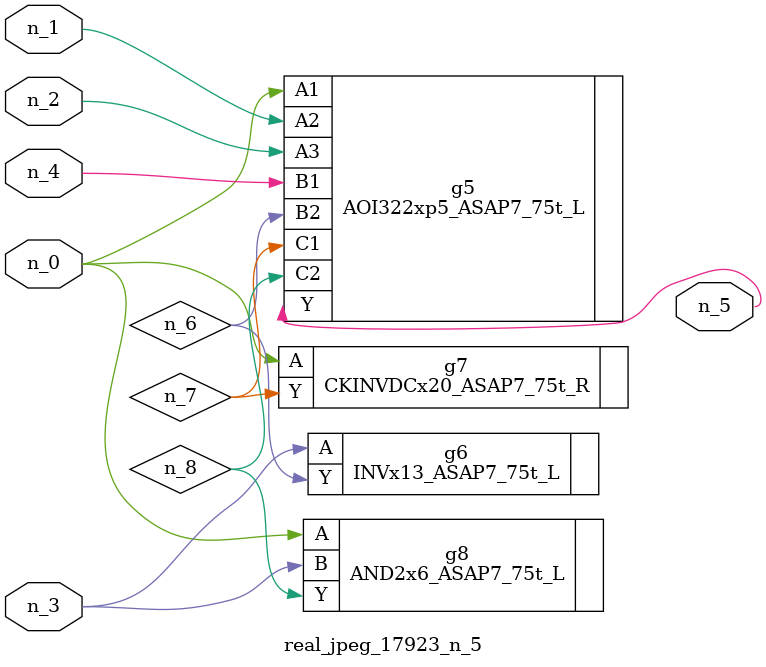
<source format=v>
module real_jpeg_17923_n_5 (n_4, n_0, n_1, n_2, n_3, n_5);

input n_4;
input n_0;
input n_1;
input n_2;
input n_3;

output n_5;

wire n_8;
wire n_6;
wire n_7;

AOI322xp5_ASAP7_75t_L g5 ( 
.A1(n_0),
.A2(n_1),
.A3(n_2),
.B1(n_4),
.B2(n_6),
.C1(n_7),
.C2(n_8),
.Y(n_5)
);

CKINVDCx20_ASAP7_75t_R g7 ( 
.A(n_0),
.Y(n_7)
);

AND2x6_ASAP7_75t_L g8 ( 
.A(n_0),
.B(n_3),
.Y(n_8)
);

INVx13_ASAP7_75t_L g6 ( 
.A(n_3),
.Y(n_6)
);


endmodule
</source>
